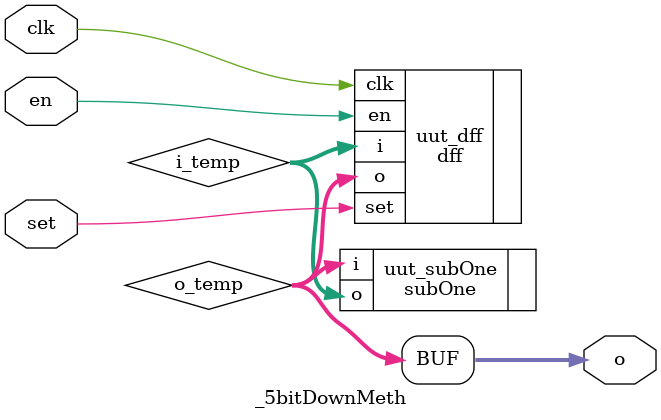
<source format=v>

module _5bitDownMeth(
  input wire clk, set, en, 
  output wire [4:0] o
);
  wire [4:0] i_temp, o_temp;

  dff uut_dff(
    .clk(clk), .set(set), .en(en),
    .i(i_temp),
    .o(o_temp)
  );
  subOne uut_subOne(
    .i(o_temp),
    .o(i_temp)
  );
  assign o = o_temp;

endmodule
</source>
